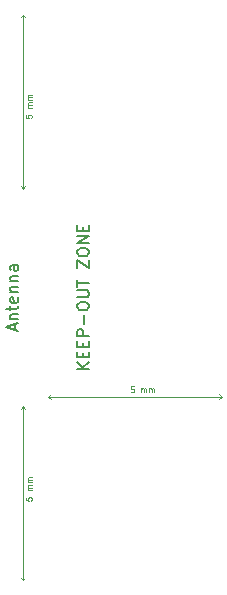
<source format=gbr>
%TF.GenerationSoftware,KiCad,Pcbnew,8.0.5*%
%TF.CreationDate,2025-03-07T14:34:27+01:00*%
%TF.ProjectId,eeg_4-channel_final,6565675f-342d-4636-9861-6e6e656c5f66,rev?*%
%TF.SameCoordinates,Original*%
%TF.FileFunction,Other,Comment*%
%FSLAX46Y46*%
G04 Gerber Fmt 4.6, Leading zero omitted, Abs format (unit mm)*
G04 Created by KiCad (PCBNEW 8.0.5) date 2025-03-07 14:34:27*
%MOMM*%
%LPD*%
G01*
G04 APERTURE LIST*
%ADD10C,0.100000*%
%ADD11C,0.150000*%
G04 APERTURE END LIST*
D10*
X125451109Y-55788095D02*
X125451109Y-56026190D01*
X125451109Y-56026190D02*
X125689204Y-56049999D01*
X125689204Y-56049999D02*
X125665395Y-56026190D01*
X125665395Y-56026190D02*
X125641585Y-55978571D01*
X125641585Y-55978571D02*
X125641585Y-55859523D01*
X125641585Y-55859523D02*
X125665395Y-55811904D01*
X125665395Y-55811904D02*
X125689204Y-55788095D01*
X125689204Y-55788095D02*
X125736823Y-55764285D01*
X125736823Y-55764285D02*
X125855871Y-55764285D01*
X125855871Y-55764285D02*
X125903490Y-55788095D01*
X125903490Y-55788095D02*
X125927300Y-55811904D01*
X125927300Y-55811904D02*
X125951109Y-55859523D01*
X125951109Y-55859523D02*
X125951109Y-55978571D01*
X125951109Y-55978571D02*
X125927300Y-56026190D01*
X125927300Y-56026190D02*
X125903490Y-56049999D01*
X125951109Y-55169048D02*
X125617776Y-55169048D01*
X125665395Y-55169048D02*
X125641585Y-55145238D01*
X125641585Y-55145238D02*
X125617776Y-55097619D01*
X125617776Y-55097619D02*
X125617776Y-55026191D01*
X125617776Y-55026191D02*
X125641585Y-54978572D01*
X125641585Y-54978572D02*
X125689204Y-54954762D01*
X125689204Y-54954762D02*
X125951109Y-54954762D01*
X125689204Y-54954762D02*
X125641585Y-54930953D01*
X125641585Y-54930953D02*
X125617776Y-54883334D01*
X125617776Y-54883334D02*
X125617776Y-54811905D01*
X125617776Y-54811905D02*
X125641585Y-54764286D01*
X125641585Y-54764286D02*
X125689204Y-54740476D01*
X125689204Y-54740476D02*
X125951109Y-54740476D01*
X125951109Y-54502381D02*
X125617776Y-54502381D01*
X125665395Y-54502381D02*
X125641585Y-54478571D01*
X125641585Y-54478571D02*
X125617776Y-54430952D01*
X125617776Y-54430952D02*
X125617776Y-54359524D01*
X125617776Y-54359524D02*
X125641585Y-54311905D01*
X125641585Y-54311905D02*
X125689204Y-54288095D01*
X125689204Y-54288095D02*
X125951109Y-54288095D01*
X125689204Y-54288095D02*
X125641585Y-54264286D01*
X125641585Y-54264286D02*
X125617776Y-54216667D01*
X125617776Y-54216667D02*
X125617776Y-54145238D01*
X125617776Y-54145238D02*
X125641585Y-54097619D01*
X125641585Y-54097619D02*
X125689204Y-54073809D01*
X125689204Y-54073809D02*
X125951109Y-54073809D01*
X134611904Y-78776109D02*
X134373809Y-78776109D01*
X134373809Y-78776109D02*
X134350000Y-79014204D01*
X134350000Y-79014204D02*
X134373809Y-78990395D01*
X134373809Y-78990395D02*
X134421428Y-78966585D01*
X134421428Y-78966585D02*
X134540476Y-78966585D01*
X134540476Y-78966585D02*
X134588095Y-78990395D01*
X134588095Y-78990395D02*
X134611904Y-79014204D01*
X134611904Y-79014204D02*
X134635714Y-79061823D01*
X134635714Y-79061823D02*
X134635714Y-79180871D01*
X134635714Y-79180871D02*
X134611904Y-79228490D01*
X134611904Y-79228490D02*
X134588095Y-79252300D01*
X134588095Y-79252300D02*
X134540476Y-79276109D01*
X134540476Y-79276109D02*
X134421428Y-79276109D01*
X134421428Y-79276109D02*
X134373809Y-79252300D01*
X134373809Y-79252300D02*
X134350000Y-79228490D01*
X135230951Y-79276109D02*
X135230951Y-78942776D01*
X135230951Y-78990395D02*
X135254761Y-78966585D01*
X135254761Y-78966585D02*
X135302380Y-78942776D01*
X135302380Y-78942776D02*
X135373808Y-78942776D01*
X135373808Y-78942776D02*
X135421427Y-78966585D01*
X135421427Y-78966585D02*
X135445237Y-79014204D01*
X135445237Y-79014204D02*
X135445237Y-79276109D01*
X135445237Y-79014204D02*
X135469046Y-78966585D01*
X135469046Y-78966585D02*
X135516665Y-78942776D01*
X135516665Y-78942776D02*
X135588094Y-78942776D01*
X135588094Y-78942776D02*
X135635713Y-78966585D01*
X135635713Y-78966585D02*
X135659523Y-79014204D01*
X135659523Y-79014204D02*
X135659523Y-79276109D01*
X135897618Y-79276109D02*
X135897618Y-78942776D01*
X135897618Y-78990395D02*
X135921428Y-78966585D01*
X135921428Y-78966585D02*
X135969047Y-78942776D01*
X135969047Y-78942776D02*
X136040475Y-78942776D01*
X136040475Y-78942776D02*
X136088094Y-78966585D01*
X136088094Y-78966585D02*
X136111904Y-79014204D01*
X136111904Y-79014204D02*
X136111904Y-79276109D01*
X136111904Y-79014204D02*
X136135713Y-78966585D01*
X136135713Y-78966585D02*
X136183332Y-78942776D01*
X136183332Y-78942776D02*
X136254761Y-78942776D01*
X136254761Y-78942776D02*
X136302380Y-78966585D01*
X136302380Y-78966585D02*
X136326190Y-79014204D01*
X136326190Y-79014204D02*
X136326190Y-79276109D01*
D11*
X130804819Y-77321428D02*
X129804819Y-77321428D01*
X130804819Y-76750000D02*
X130233390Y-77178571D01*
X129804819Y-76750000D02*
X130376247Y-77321428D01*
X130281009Y-76321428D02*
X130281009Y-75988095D01*
X130804819Y-75845238D02*
X130804819Y-76321428D01*
X130804819Y-76321428D02*
X129804819Y-76321428D01*
X129804819Y-76321428D02*
X129804819Y-75845238D01*
X130281009Y-75416666D02*
X130281009Y-75083333D01*
X130804819Y-74940476D02*
X130804819Y-75416666D01*
X130804819Y-75416666D02*
X129804819Y-75416666D01*
X129804819Y-75416666D02*
X129804819Y-74940476D01*
X130804819Y-74511904D02*
X129804819Y-74511904D01*
X129804819Y-74511904D02*
X129804819Y-74130952D01*
X129804819Y-74130952D02*
X129852438Y-74035714D01*
X129852438Y-74035714D02*
X129900057Y-73988095D01*
X129900057Y-73988095D02*
X129995295Y-73940476D01*
X129995295Y-73940476D02*
X130138152Y-73940476D01*
X130138152Y-73940476D02*
X130233390Y-73988095D01*
X130233390Y-73988095D02*
X130281009Y-74035714D01*
X130281009Y-74035714D02*
X130328628Y-74130952D01*
X130328628Y-74130952D02*
X130328628Y-74511904D01*
X130423866Y-73511904D02*
X130423866Y-72750000D01*
X129804819Y-72083333D02*
X129804819Y-71892857D01*
X129804819Y-71892857D02*
X129852438Y-71797619D01*
X129852438Y-71797619D02*
X129947676Y-71702381D01*
X129947676Y-71702381D02*
X130138152Y-71654762D01*
X130138152Y-71654762D02*
X130471485Y-71654762D01*
X130471485Y-71654762D02*
X130661961Y-71702381D01*
X130661961Y-71702381D02*
X130757200Y-71797619D01*
X130757200Y-71797619D02*
X130804819Y-71892857D01*
X130804819Y-71892857D02*
X130804819Y-72083333D01*
X130804819Y-72083333D02*
X130757200Y-72178571D01*
X130757200Y-72178571D02*
X130661961Y-72273809D01*
X130661961Y-72273809D02*
X130471485Y-72321428D01*
X130471485Y-72321428D02*
X130138152Y-72321428D01*
X130138152Y-72321428D02*
X129947676Y-72273809D01*
X129947676Y-72273809D02*
X129852438Y-72178571D01*
X129852438Y-72178571D02*
X129804819Y-72083333D01*
X129804819Y-71226190D02*
X130614342Y-71226190D01*
X130614342Y-71226190D02*
X130709580Y-71178571D01*
X130709580Y-71178571D02*
X130757200Y-71130952D01*
X130757200Y-71130952D02*
X130804819Y-71035714D01*
X130804819Y-71035714D02*
X130804819Y-70845238D01*
X130804819Y-70845238D02*
X130757200Y-70750000D01*
X130757200Y-70750000D02*
X130709580Y-70702381D01*
X130709580Y-70702381D02*
X130614342Y-70654762D01*
X130614342Y-70654762D02*
X129804819Y-70654762D01*
X129804819Y-70321428D02*
X129804819Y-69750000D01*
X130804819Y-70035714D02*
X129804819Y-70035714D01*
X129804819Y-68749999D02*
X129804819Y-68083333D01*
X129804819Y-68083333D02*
X130804819Y-68749999D01*
X130804819Y-68749999D02*
X130804819Y-68083333D01*
X129804819Y-67511904D02*
X129804819Y-67321428D01*
X129804819Y-67321428D02*
X129852438Y-67226190D01*
X129852438Y-67226190D02*
X129947676Y-67130952D01*
X129947676Y-67130952D02*
X130138152Y-67083333D01*
X130138152Y-67083333D02*
X130471485Y-67083333D01*
X130471485Y-67083333D02*
X130661961Y-67130952D01*
X130661961Y-67130952D02*
X130757200Y-67226190D01*
X130757200Y-67226190D02*
X130804819Y-67321428D01*
X130804819Y-67321428D02*
X130804819Y-67511904D01*
X130804819Y-67511904D02*
X130757200Y-67607142D01*
X130757200Y-67607142D02*
X130661961Y-67702380D01*
X130661961Y-67702380D02*
X130471485Y-67749999D01*
X130471485Y-67749999D02*
X130138152Y-67749999D01*
X130138152Y-67749999D02*
X129947676Y-67702380D01*
X129947676Y-67702380D02*
X129852438Y-67607142D01*
X129852438Y-67607142D02*
X129804819Y-67511904D01*
X130804819Y-66654761D02*
X129804819Y-66654761D01*
X129804819Y-66654761D02*
X130804819Y-66083333D01*
X130804819Y-66083333D02*
X129804819Y-66083333D01*
X130281009Y-65607142D02*
X130281009Y-65273809D01*
X130804819Y-65130952D02*
X130804819Y-65607142D01*
X130804819Y-65607142D02*
X129804819Y-65607142D01*
X129804819Y-65607142D02*
X129804819Y-65130952D01*
D10*
X125451109Y-88188095D02*
X125451109Y-88426190D01*
X125451109Y-88426190D02*
X125689204Y-88449999D01*
X125689204Y-88449999D02*
X125665395Y-88426190D01*
X125665395Y-88426190D02*
X125641585Y-88378571D01*
X125641585Y-88378571D02*
X125641585Y-88259523D01*
X125641585Y-88259523D02*
X125665395Y-88211904D01*
X125665395Y-88211904D02*
X125689204Y-88188095D01*
X125689204Y-88188095D02*
X125736823Y-88164285D01*
X125736823Y-88164285D02*
X125855871Y-88164285D01*
X125855871Y-88164285D02*
X125903490Y-88188095D01*
X125903490Y-88188095D02*
X125927300Y-88211904D01*
X125927300Y-88211904D02*
X125951109Y-88259523D01*
X125951109Y-88259523D02*
X125951109Y-88378571D01*
X125951109Y-88378571D02*
X125927300Y-88426190D01*
X125927300Y-88426190D02*
X125903490Y-88449999D01*
X125951109Y-87569048D02*
X125617776Y-87569048D01*
X125665395Y-87569048D02*
X125641585Y-87545238D01*
X125641585Y-87545238D02*
X125617776Y-87497619D01*
X125617776Y-87497619D02*
X125617776Y-87426191D01*
X125617776Y-87426191D02*
X125641585Y-87378572D01*
X125641585Y-87378572D02*
X125689204Y-87354762D01*
X125689204Y-87354762D02*
X125951109Y-87354762D01*
X125689204Y-87354762D02*
X125641585Y-87330953D01*
X125641585Y-87330953D02*
X125617776Y-87283334D01*
X125617776Y-87283334D02*
X125617776Y-87211905D01*
X125617776Y-87211905D02*
X125641585Y-87164286D01*
X125641585Y-87164286D02*
X125689204Y-87140476D01*
X125689204Y-87140476D02*
X125951109Y-87140476D01*
X125951109Y-86902381D02*
X125617776Y-86902381D01*
X125665395Y-86902381D02*
X125641585Y-86878571D01*
X125641585Y-86878571D02*
X125617776Y-86830952D01*
X125617776Y-86830952D02*
X125617776Y-86759524D01*
X125617776Y-86759524D02*
X125641585Y-86711905D01*
X125641585Y-86711905D02*
X125689204Y-86688095D01*
X125689204Y-86688095D02*
X125951109Y-86688095D01*
X125689204Y-86688095D02*
X125641585Y-86664286D01*
X125641585Y-86664286D02*
X125617776Y-86616667D01*
X125617776Y-86616667D02*
X125617776Y-86545238D01*
X125617776Y-86545238D02*
X125641585Y-86497619D01*
X125641585Y-86497619D02*
X125689204Y-86473809D01*
X125689204Y-86473809D02*
X125951109Y-86473809D01*
D11*
X124519104Y-74011904D02*
X124519104Y-73535714D01*
X124804819Y-74107142D02*
X123804819Y-73773809D01*
X123804819Y-73773809D02*
X124804819Y-73440476D01*
X124138152Y-73107142D02*
X124804819Y-73107142D01*
X124233390Y-73107142D02*
X124185771Y-73059523D01*
X124185771Y-73059523D02*
X124138152Y-72964285D01*
X124138152Y-72964285D02*
X124138152Y-72821428D01*
X124138152Y-72821428D02*
X124185771Y-72726190D01*
X124185771Y-72726190D02*
X124281009Y-72678571D01*
X124281009Y-72678571D02*
X124804819Y-72678571D01*
X124138152Y-72345237D02*
X124138152Y-71964285D01*
X123804819Y-72202380D02*
X124661961Y-72202380D01*
X124661961Y-72202380D02*
X124757200Y-72154761D01*
X124757200Y-72154761D02*
X124804819Y-72059523D01*
X124804819Y-72059523D02*
X124804819Y-71964285D01*
X124757200Y-71249999D02*
X124804819Y-71345237D01*
X124804819Y-71345237D02*
X124804819Y-71535713D01*
X124804819Y-71535713D02*
X124757200Y-71630951D01*
X124757200Y-71630951D02*
X124661961Y-71678570D01*
X124661961Y-71678570D02*
X124281009Y-71678570D01*
X124281009Y-71678570D02*
X124185771Y-71630951D01*
X124185771Y-71630951D02*
X124138152Y-71535713D01*
X124138152Y-71535713D02*
X124138152Y-71345237D01*
X124138152Y-71345237D02*
X124185771Y-71249999D01*
X124185771Y-71249999D02*
X124281009Y-71202380D01*
X124281009Y-71202380D02*
X124376247Y-71202380D01*
X124376247Y-71202380D02*
X124471485Y-71678570D01*
X124138152Y-70773808D02*
X124804819Y-70773808D01*
X124233390Y-70773808D02*
X124185771Y-70726189D01*
X124185771Y-70726189D02*
X124138152Y-70630951D01*
X124138152Y-70630951D02*
X124138152Y-70488094D01*
X124138152Y-70488094D02*
X124185771Y-70392856D01*
X124185771Y-70392856D02*
X124281009Y-70345237D01*
X124281009Y-70345237D02*
X124804819Y-70345237D01*
X124138152Y-69869046D02*
X124804819Y-69869046D01*
X124233390Y-69869046D02*
X124185771Y-69821427D01*
X124185771Y-69821427D02*
X124138152Y-69726189D01*
X124138152Y-69726189D02*
X124138152Y-69583332D01*
X124138152Y-69583332D02*
X124185771Y-69488094D01*
X124185771Y-69488094D02*
X124281009Y-69440475D01*
X124281009Y-69440475D02*
X124804819Y-69440475D01*
X124804819Y-68535713D02*
X124281009Y-68535713D01*
X124281009Y-68535713D02*
X124185771Y-68583332D01*
X124185771Y-68583332D02*
X124138152Y-68678570D01*
X124138152Y-68678570D02*
X124138152Y-68869046D01*
X124138152Y-68869046D02*
X124185771Y-68964284D01*
X124757200Y-68535713D02*
X124804819Y-68630951D01*
X124804819Y-68630951D02*
X124804819Y-68869046D01*
X124804819Y-68869046D02*
X124757200Y-68964284D01*
X124757200Y-68964284D02*
X124661961Y-69011903D01*
X124661961Y-69011903D02*
X124566723Y-69011903D01*
X124566723Y-69011903D02*
X124471485Y-68964284D01*
X124471485Y-68964284D02*
X124423866Y-68869046D01*
X124423866Y-68869046D02*
X124423866Y-68630951D01*
X124423866Y-68630951D02*
X124376247Y-68535713D01*
D10*
%TO.C,U24*%
X125225000Y-47310000D02*
X125025000Y-47510000D01*
X125225000Y-47310000D02*
X125225000Y-62050000D01*
X125225000Y-47310000D02*
X125425000Y-47510000D01*
X125225000Y-62050000D02*
X125025000Y-61850000D01*
X125225000Y-62050000D02*
X125425000Y-61850000D01*
X125225000Y-80450000D02*
X125025000Y-80650000D01*
X125225000Y-80450000D02*
X125225000Y-95190000D01*
X125225000Y-80450000D02*
X125425000Y-80650000D01*
X125225000Y-95190000D02*
X125025000Y-94990000D01*
X125225000Y-95190000D02*
X125425000Y-94990000D01*
X127350000Y-79650000D02*
X127550000Y-79450000D01*
X127350000Y-79650000D02*
X127550000Y-79850000D01*
X127350000Y-79650000D02*
X142030000Y-79650000D01*
X142030000Y-79650000D02*
X141830000Y-79450000D01*
X142030000Y-79650000D02*
X141830000Y-79850000D01*
%TD*%
M02*

</source>
